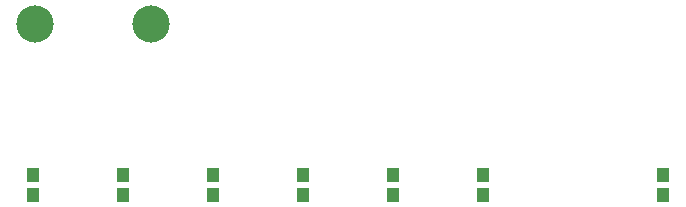
<source format=gtp>
G04 MADE WITH FRITZING*
G04 WWW.FRITZING.ORG*
G04 DOUBLE SIDED*
G04 HOLES PLATED*
G04 CONTOUR ON CENTER OF CONTOUR VECTOR*
%ASAXBY*%
%FSLAX23Y23*%
%MOIN*%
%OFA0B0*%
%SFA1.0B1.0*%
%ADD10C,0.124033*%
%ADD11R,0.043307X0.047244*%
%LNPASTEMASK1*%
G90*
G70*
G54D10*
X527Y1257D03*
X139Y1257D03*
X527Y1257D03*
X139Y1257D03*
G54D11*
X2233Y753D03*
X2233Y686D03*
X1633Y753D03*
X1633Y686D03*
X1333Y753D03*
X1333Y686D03*
X1033Y753D03*
X1033Y686D03*
X733Y753D03*
X733Y686D03*
X433Y753D03*
X433Y686D03*
X133Y753D03*
X133Y686D03*
G04 End of PasteMask1*
M02*
</source>
